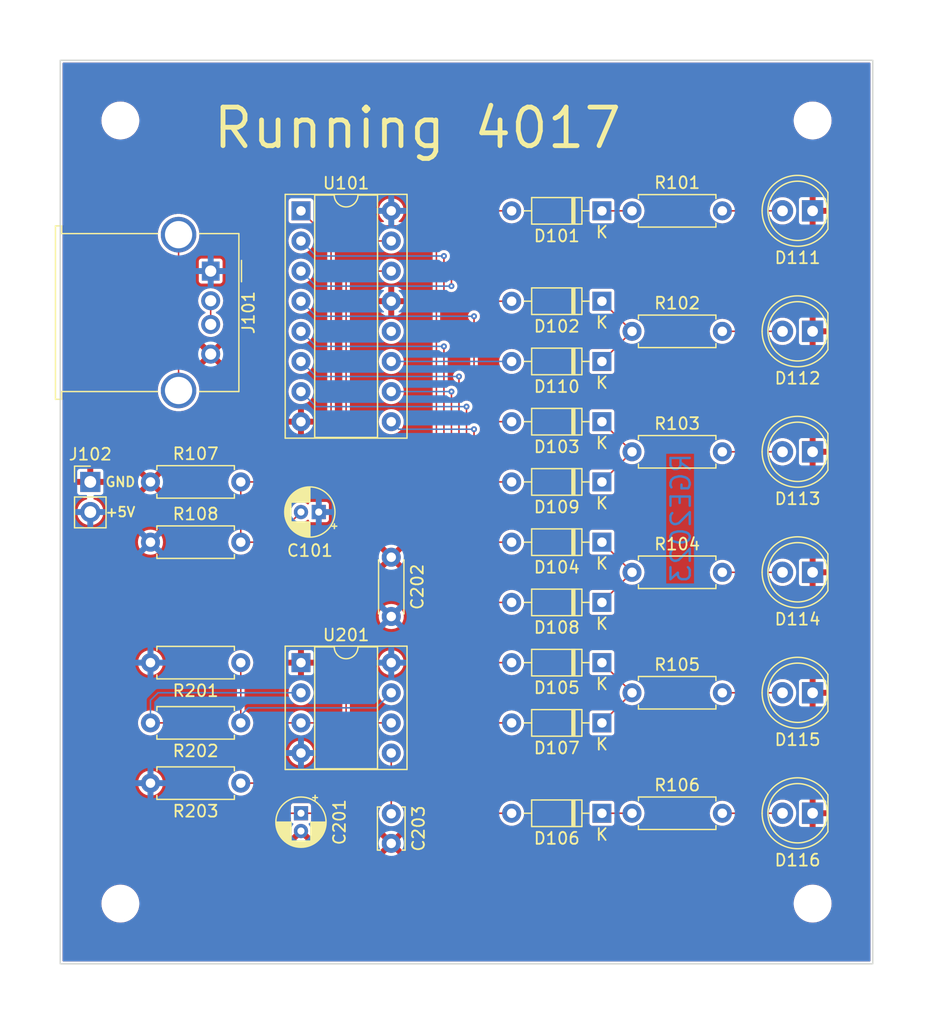
<source format=kicad_pcb>
(kicad_pcb (version 20221018) (generator pcbnew)
  (layers (0 "F.Cu" signal) (31 "B.Cu" signal) (34 "B.Paste" user) (35 "F.Paste" user) (36 "B.SilkS" user "B.Silkscreen") (37 "F.SilkS" user "F.Silkscreen") (38 "B.Mask" user) (39 "F.Mask" user) (44 "Edge.Cuts" user))
  (net 0 "")
  (net 1 "/LED1")
  (net 2 "Net-(D101-A)")
  (net 3 "/LED2")
  (net 4 "Net-(D102-A)")
  (net 5 "/LED3")
  (net 6 "Net-(D103-A)")
  (net 7 "/LED4")
  (net 8 "Net-(D104-A)")
  (net 9 "/LED5")
  (net 10 "Net-(D105-A)")
  (net 11 "/LED6")
  (net 12 "Net-(D106-A)")
  (net 13 "Net-(D107-A)")
  (net 14 "Net-(D108-A)")
  (net 15 "Net-(D109-A)")
  (net 16 "Net-(D110-A)")
  (net 17 "GND")
  (net 18 "Net-(D111-A)")
  (net 19 "Net-(D112-A)")
  (net 20 "Net-(D113-A)")
  (net 21 "Net-(D114-A)")
  (net 22 "Net-(D115-A)")
  (net 23 "Net-(D116-A)")
  (net 25 "/RESET")
  (net 26 "/Clock/TRTHR")
  (net 27 "+5V")
  (net 28 "Net-(U201-CV)")
  (net 29 "Net-(J101-D+)")
  (net 30 "unconnected-(J101-Shield-Pad5)")
  (net 31 "/Clock/DIVIDER")
  (net 32 "/Clock/CLK")
  (footprint "Capacitor_THT:CP_Radial_D4.0mm_P1.50mm" (layer "F.Cu") (at 110.72 83.82 180)
    (fp_text reference "C101" (at 0.75 -3.25) (layer "F.SilkS"))
    (fp_text value "10u")
    (pad "1" thru_hole rect (at 0 0 180) (size 1.2 1.2) (drill 0.6) (layers "*.Cu" "*.Mask") (net 27 "+5V"))
    (pad "2" thru_hole circle (at 1.5 0 180) (size 1.2 1.2) (drill 0.6) (layers "*.Cu" "*.Mask") (net 25 "/RESET"))
  )
  (footprint "Diode_THT:D_DO-35_SOD27_P7.62mm_Horizontal" (layer "F.Cu") (at 134.62 58.42 180)
    (fp_text reference "D101" (at 3.81 -2.12) (layer "F.SilkS"))
    (fp_text value "1N4148")
    (fp_text user "K" (at 0 -1.8) (layer "F.SilkS"))
    (pad "1" thru_hole rect (at 0 0 180) (size 1.6 1.6) (drill 0.8) (layers "*.Cu" "*.Mask") (net 1 "/LED1"))
    (pad "2" thru_hole oval (at 7.62 0 180) (size 1.6 1.6) (drill 0.8) (layers "*.Cu" "*.Mask") (net 2 "Net-(D101-A)"))
  )
  (footprint "Resistor_THT:R_Axial_DIN0207_L6.3mm_D2.5mm_P7.62mm_Horizontal" (layer "F.Cu") (at 104.14 106.68 180)
    (fp_text reference "R203" (at 3.81 -2.37) (layer "F.SilkS"))
    (fp_text value "1k")
    (pad "1" thru_hole circle (at 0 0 180) (size 1.6 1.6) (drill 0.8) (layers "*.Cu" "*.Mask") (net 32 "/Clock/CLK"))
    (pad "2" thru_hole oval (at 7.62 0 180) (size 1.6 1.6) (drill 0.8) (layers "*.Cu" "*.Mask") (net 27 "+5V"))
  )
  (footprint "Connector_PinHeader_2.54mm:PinHeader_1x02_P2.54mm_Vertical" (layer "F.Cu") (at 91.44 81.28)
    (fp_text reference "J102" (at 0 -2.33) (layer "F.SilkS"))
    (fp_text value "Conn_01x02_Pin")
    (pad "1" thru_hole rect (at 0 0) (size 1.7 1.7) (drill 1) (layers "*.Cu" "*.Mask") (net 17 "GND"))
    (pad "2" thru_hole oval (at 0 2.54) (size 1.7 1.7) (drill 1) (layers "*.Cu" "*.Mask") (net 27 "+5V"))
  )
  (footprint "Resistor_THT:R_Axial_DIN0207_L6.3mm_D2.5mm_P7.62mm_Horizontal" (layer "F.Cu") (at 137.16 68.58)
    (fp_text reference "R102" (at 3.81 -2.37) (layer "F.SilkS"))
    (fp_text value "R")
    (pad "1" thru_hole circle (at 0 0) (size 1.6 1.6) (drill 0.8) (layers "*.Cu" "*.Mask") (net 3 "/LED2"))
    (pad "2" thru_hole oval (at 7.62 0) (size 1.6 1.6) (drill 0.8) (layers "*.Cu" "*.Mask") (net 19 "Net-(D112-A)"))
  )
  (footprint "Resistor_THT:R_Axial_DIN0207_L6.3mm_D2.5mm_P7.62mm_Horizontal" (layer "F.Cu") (at 96.52 86.36)
    (fp_text reference "R108" (at 3.81 -2.37) (layer "F.SilkS"))
    (fp_text value "100k")
    (pad "1" thru_hole circle (at 0 0) (size 1.6 1.6) (drill 0.8) (layers "*.Cu" "*.Mask") (net 27 "+5V"))
    (pad "2" thru_hole oval (at 7.62 0) (size 1.6 1.6) (drill 0.8) (layers "*.Cu" "*.Mask") (net 25 "/RESET"))
  )
  (footprint "LED_THT:LED_D5.0mm" (layer "F.Cu") (at 152.4 99.06 180)
    (fp_text reference "D115" (at 1.27 -3.96) (layer "F.SilkS"))
    (fp_text value "LED")
    (pad "1" thru_hole rect (at 0 0 180) (size 1.8 1.8) (drill 0.9) (layers "*.Cu" "*.Mask") (net 17 "GND"))
    (pad "2" thru_hole circle (at 2.54 0 180) (size 1.8 1.8) (drill 0.9) (layers "*.Cu" "*.Mask") (net 22 "Net-(D115-A)"))
  )
  (footprint "Diode_THT:D_DO-35_SOD27_P7.62mm_Horizontal" (layer "F.Cu") (at 134.62 71.12 180)
    (fp_text reference "D110" (at 3.81 -2.12) (layer "F.SilkS"))
    (fp_text value "1N4148")
    (fp_text user "K" (at 0 -1.8) (layer "F.SilkS"))
    (pad "1" thru_hole rect (at 0 0 180) (size 1.6 1.6) (drill 0.8) (layers "*.Cu" "*.Mask") (net 3 "/LED2"))
    (pad "2" thru_hole oval (at 7.62 0 180) (size 1.6 1.6) (drill 0.8) (layers "*.Cu" "*.Mask") (net 16 "Net-(D110-A)"))
  )
  (footprint "LED_THT:LED_D5.0mm" (layer "F.Cu") (at 152.4 68.58 180)
    (fp_text reference "D112" (at 1.27 -3.96) (layer "F.SilkS"))
    (fp_text value "LED")
    (pad "1" thru_hole rect (at 0 0 180) (size 1.8 1.8) (drill 0.9) (layers "*.Cu" "*.Mask") (net 17 "GND"))
    (pad "2" thru_hole circle (at 2.54 0 180) (size 1.8 1.8) (drill 0.9) (layers "*.Cu" "*.Mask") (net 19 "Net-(D112-A)"))
  )
  (footprint "LED_THT:LED_D5.0mm" (layer "F.Cu") (at 152.4 78.74 180)
    (fp_text reference "D113" (at 1.27 -3.96) (layer "F.SilkS"))
    (fp_text value "LED")
    (pad "1" thru_hole rect (at 0 0 180) (size 1.8 1.8) (drill 0.9) (layers "*.Cu" "*.Mask") (net 17 "GND"))
    (pad "2" thru_hole circle (at 2.54 0 180) (size 1.8 1.8) (drill 0.9) (layers "*.Cu" "*.Mask") (net 20 "Net-(D113-A)"))
  )
  (footprint "Resistor_THT:R_Axial_DIN0207_L6.3mm_D2.5mm_P7.62mm_Horizontal" (layer "F.Cu") (at 96.52 81.28)
    (fp_text reference "R107" (at 3.81 -2.37) (layer "F.SilkS"))
    (fp_text value "1k")
    (pad "1" thru_hole circle (at 0 0) (size 1.6 1.6) (drill 0.8) (layers "*.Cu" "*.Mask") (net 17 "GND"))
    (pad "2" thru_hole oval (at 7.62 0) (size 1.6 1.6) (drill 0.8) (layers "*.Cu" "*.Mask") (net 25 "/RESET"))
  )
  (footprint "Diode_THT:D_DO-35_SOD27_P7.62mm_Horizontal" (layer "F.Cu") (at 134.62 66.04 180)
    (fp_text reference "D102" (at 3.81 -2.12) (layer "F.SilkS"))
    (fp_text value "1N4148")
    (fp_text user "K" (at 0 -1.8) (layer "F.SilkS"))
    (pad "1" thru_hole rect (at 0 0 180) (size 1.6 1.6) (drill 0.8) (layers "*.Cu" "*.Mask") (net 3 "/LED2"))
    (pad "2" thru_hole oval (at 7.62 0 180) (size 1.6 1.6) (drill 0.8) (layers "*.Cu" "*.Mask") (net 4 "Net-(D102-A)"))
  )
  (footprint "Capacitor_THT:C_Disc_D4.3mm_W1.9mm_P5.00mm" (layer "F.Cu") (at 116.84 87.63 -90)
    (fp_text reference "C202" (at 2.5 -2.2 90) (layer "F.SilkS"))
    (fp_text value "0.1u")
    (pad "1" thru_hole circle (at 0 0 270) (size 1.6 1.6) (drill 0.8) (layers "*.Cu" "*.Mask") (net 17 "GND"))
    (pad "2" thru_hole circle (at 5 0 270) (size 1.6 1.6) (drill 0.8) (layers "*.Cu" "*.Mask") (net 27 "+5V"))
  )
  (footprint "Capacitor_THT:C_Disc_D3.4mm_W2.1mm_P2.50mm" (layer "F.Cu") (at 116.84 109.26 -90)
    (fp_text reference "C203" (at 1.25 -2.3 90) (layer "F.SilkS"))
    (fp_text value "0.01u")
    (pad "1" thru_hole circle (at 0 0 270) (size 1.6 1.6) (drill 0.8) (layers "*.Cu" "*.Mask") (net 28 "Net-(U201-CV)"))
    (pad "2" thru_hole circle (at 2.5 0 270) (size 1.6 1.6) (drill 0.8) (layers "*.Cu" "*.Mask") (net 17 "GND"))
  )
  (footprint "Connector_USB:USB_A_Molex_67643_Horizontal" (layer "F.Cu") (at 101.6 63.5 -90)
    (fp_text reference "J101" (at 3.5 -3.19 90) (layer "F.SilkS"))
    (fp_text value "USB_A")
    (pad "1" thru_hole rect (at 0 0 270) (size 1.6 1.5) (drill 0.95) (layers "*.Cu" "*.Mask") (net 27 "+5V"))
    (pad "2" thru_hole circle (at 2.5 0 270) (size 1.6 1.6) (drill 0.95) (layers "*.Cu" "*.Mask") (net 29 "Net-(J101-D+)"))
    (pad "3" thru_hole circle (at 4.5 0 270) (size 1.6 1.6) (drill 0.95) (layers "*.Cu" "*.Mask") (net 29 "Net-(J101-D+)"))
    (pad "4" thru_hole circle (at 7 0 270) (size 1.6 1.6) (drill 0.95) (layers "*.Cu" "*.Mask") (net 17 "GND"))
    (pad "5" thru_hole circle (at -3.07 2.71 270) (size 3 3) (drill 2.3) (layers "*.Cu" "*.Mask") (net 30 "unconnected-(J101-Shield-Pad5)"))
    (pad "5" thru_hole circle (at 10.07 2.71 270) (size 3 3) (drill 2.3) (layers "*.Cu" "*.Mask") (net 30 "unconnected-(J101-Shield-Pad5)"))
  )
  (footprint "Diode_THT:D_DO-35_SOD27_P7.62mm_Horizontal" (layer "F.Cu") (at 134.62 101.6 180)
    (fp_text reference "D107" (at 3.81 -2.12) (layer "F.SilkS"))
    (fp_text value "1N4148")
    (fp_text user "K" (at 0 -1.8) (layer "F.SilkS"))
    (pad "1" thru_hole rect (at 0 0 180) (size 1.6 1.6) (drill 0.8) (layers "*.Cu" "*.Mask") (net 9 "/LED5"))
    (pad "2" thru_hole oval (at 7.62 0 180) (size 1.6 1.6) (drill 0.8) (layers "*.Cu" "*.Mask") (net 13 "Net-(D107-A)"))
  )
  (footprint "MountingHole:MountingHole_2.7mm_M2.5_ISO7380" (layer "F.Cu") (at 152.4 116.84)
    (fp_text reference "H104" hide)
    (fp_text value "MountingHole")
    (pad "" np_thru_hole circle (at 0 0) (size 2.7 2.7) (drill 2.7) (layers "*.Cu" "*.Mask"))
  )
  (footprint "LED_THT:LED_D5.0mm" (layer "F.Cu") (at 152.4 58.42 180)
    (fp_text reference "D111" (at 1.27 -3.96) (layer "F.SilkS"))
    (fp_text value "LED")
    (pad "1" thru_hole rect (at 0 0 180) (size 1.8 1.8) (drill 0.9) (layers "*.Cu" "*.Mask") (net 17 "GND"))
    (pad "2" thru_hole circle (at 2.54 0 180) (size 1.8 1.8) (drill 0.9) (layers "*.Cu" "*.Mask") (net 18 "Net-(D111-A)"))
  )
  (footprint "Resistor_THT:R_Axial_DIN0207_L6.3mm_D2.5mm_P7.62mm_Horizontal" (layer "F.Cu") (at 137.16 109.22)
    (fp_text reference "R106" (at 3.81 -2.37) (layer "F.SilkS"))
    (fp_text value "R")
    (pad "1" thru_hole circle (at 0 0) (size 1.6 1.6) (drill 0.8) (layers "*.Cu" "*.Mask") (net 11 "/LED6"))
    (pad "2" thru_hole oval (at 7.62 0) (size 1.6 1.6) (drill 0.8) (layers "*.Cu" "*.Mask") (net 23 "Net-(D116-A)"))
  )
  (footprint "Resistor_THT:R_Axial_DIN0207_L6.3mm_D2.5mm_P7.62mm_Horizontal" (layer "F.Cu") (at 137.16 78.74)
    (fp_text reference "R103" (at 3.81 -2.37) (layer "F.SilkS"))
    (fp_text value "R")
    (pad "1" thru_hole circle (at 0 0) (size 1.6 1.6) (drill 0.8) (layers "*.Cu" "*.Mask") (net 5 "/LED3"))
    (pad "2" thru_hole oval (at 7.62 0) (size 1.6 1.6) (drill 0.8) (layers "*.Cu" "*.Mask") (net 20 "Net-(D113-A)"))
  )
  (footprint "MountingHole:MountingHole_2.7mm_M2.5_ISO7380" (layer "F.Cu") (at 93.98 116.84)
    (fp_text reference "H103" hide)
    (fp_text value "MountingHole")
    (pad "" np_thru_hole circle (at 0 0) (size 2.7 2.7) (drill 2.7) (layers "*.Cu" "*.Mask"))
  )
  (footprint "Resistor_THT:R_Axial_DIN0207_L6.3mm_D2.5mm_P7.62mm_Horizontal" (layer "F.Cu") (at 104.14 96.52 180)
    (fp_text reference "R201" (at 3.81 -2.37) (layer "F.SilkS"))
    (fp_text value "10k")
    (pad "1" thru_hole circle (at 0 0 180) (size 1.6 1.6) (drill 0.8) (layers "*.Cu" "*.Mask") (net 31 "/Clock/DIVIDER"))
    (pad "2" thru_hole oval (at 7.62 0 180) (size 1.6 1.6) (drill 0.8) (layers "*.Cu" "*.Mask") (net 27 "+5V"))
  )
  (footprint "Diode_THT:D_DO-35_SOD27_P7.62mm_Horizontal" (layer "F.Cu") (at 134.62 81.28 180)
    (fp_text reference "D109" (at 3.81 -2.12) (layer "F.SilkS"))
    (fp_text value "1N4148")
    (fp_text user "K" (at 0 -1.8) (layer "F.SilkS"))
    (pad "1" thru_hole rect (at 0 0 180) (size 1.6 1.6) (drill 0.8) (layers "*.Cu" "*.Mask") (net 5 "/LED3"))
    (pad "2" thru_hole oval (at 7.62 0 180) (size 1.6 1.6) (drill 0.8) (layers "*.Cu" "*.Mask") (net 15 "Net-(D109-A)"))
  )
  (footprint "Diode_THT:D_DO-35_SOD27_P7.62mm_Horizontal" (layer "F.Cu") (at 134.62 109.22 180)
    (fp_text reference "D106" (at 3.81 -2.12) (layer "F.SilkS"))
    (fp_text value "1N4148")
    (fp_text user "K" (at 0 -1.8) (layer "F.SilkS"))
    (pad "1" thru_hole rect (at 0 0 180) (size 1.6 1.6) (drill 0.8) (layers "*.Cu" "*.Mask") (net 11 "/LED6"))
    (pad "2" thru_hole oval (at 7.62 0 180) (size 1.6 1.6) (drill 0.8) (layers "*.Cu" "*.Mask") (net 12 "Net-(D106-A)"))
  )
  (footprint "LED_THT:LED_D5.0mm" (layer "F.Cu") (at 152.4 109.22 180)
    (fp_text reference "D116" (at 1.27 -3.96) (layer "F.SilkS"))
    (fp_text value "LED")
    (pad "1" thru_hole rect (at 0 0 180) (size 1.8 1.8) (drill 0.9) (layers "*.Cu" "*.Mask") (net 17 "GND"))
    (pad "2" thru_hole circle (at 2.54 0 180) (size 1.8 1.8) (drill 0.9) (layers "*.Cu" "*.Mask") (net 23 "Net-(D116-A)"))
  )
  (footprint "Resistor_THT:R_Axial_DIN0207_L6.3mm_D2.5mm_P7.62mm_Horizontal" (layer "F.Cu") (at 137.16 99.06)
    (fp_text reference "R105" (at 3.81 -2.37) (layer "F.SilkS"))
    (fp_text value "R")
    (pad "1" thru_hole circle (at 0 0) (size 1.6 1.6) (drill 0.8) (layers "*.Cu" "*.Mask") (net 9 "/LED5"))
    (pad "2" thru_hole oval (at 7.62 0) (size 1.6 1.6) (drill 0.8) (layers "*.Cu" "*.Mask") (net 22 "Net-(D115-A)"))
  )
  (footprint "MountingHole:MountingHole_2.7mm_M2.5_ISO7380" (layer "F.Cu") (at 152.4 50.8)
    (fp_text reference "H102" hide)
    (fp_text value "MountingHole")
    (pad "" np_thru_hole circle (at 0 0) (size 2.7 2.7) (drill 2.7) (layers "*.Cu" "*.Mask"))
  )
  (footprint "Diode_THT:D_DO-35_SOD27_P7.62mm_Horizontal" (layer "F.Cu") (at 134.62 86.36 180)
    (fp_text reference "D104" (at 3.81 -2.12) (layer "F.SilkS"))
    (fp_text value "1N4148")
    (fp_text user "K" (at 0 -1.8) (layer "F.SilkS"))
    (pad "1" thru_hole rect (at 0 0 180) (size 1.6 1.6) (drill 0.8) (layers "*.Cu" "*.Mask") (net 7 "/LED4"))
    (pad "2" thru_hole oval (at 7.62 0 180) (size 1.6 1.6) (drill 0.8) (layers "*.Cu" "*.Mask") (net 8 "Net-(D104-A)"))
  )
  (footprint "Resistor_THT:R_Axial_DIN0207_L6.3mm_D2.5mm_P7.62mm_Horizontal" (layer "F.Cu") (at 137.16 88.9)
    (fp_text reference "R104" (at 3.81 -2.37) (layer "F.SilkS"))
    (fp_text value "R")
    (pad "1" thru_hole circle (at 0 0) (size 1.6 1.6) (drill 0.8) (layers "*.Cu" "*.Mask") (net 7 "/LED4"))
    (pad "2" thru_hole oval (at 7.62 0) (size 1.6 1.6) (drill 0.8) (layers "*.Cu" "*.Mask") (net 21 "Net-(D114-A)"))
  )
  (footprint "LED_THT:LED_D5.0mm" (layer "F.Cu") (at 152.4 88.9 180)
    (fp_text reference "D114" (at 1.27 -3.96) (layer "F.SilkS"))
    (fp_text value "LED")
    (pad "1" thru_hole rect (at 0 0 180) (size 1.8 1.8) (drill 0.9) (layers "*.Cu" "*.Mask") (net 17 "GND"))
    (pad "2" thru_hole circle (at 2.54 0 180) (size 1.8 1.8) (drill 0.9) (layers "*.Cu" "*.Mask") (net 21 "Net-(D114-A)"))
  )
  (footprint "Package_DIP:DIP-8_W7.62mm_Socket" (layer "F.Cu") (at 109.22 96.52)
    (fp_text reference "U201" (at 3.81 -2.33) (layer "F.SilkS"))
    (fp_text value "LM555xN")
    (pad "1" thru_hole rect (at 0 0) (size 1.6 1.6) (drill 0.8) (layers "*.Cu" "*.Mask") (net 17 "GND"))
    (pad "2" thru_hole oval (at 0 2.54) (size 1.6 1.6) (drill 0.8) (layers "*.Cu" "*.Mask") (net 26 "/Clock/TRTHR"))
    (pad "3" thru_hole oval (at 0 5.08) (size 1.6 1.6) (drill 0.8) (layers "*.Cu" "*.Mask") (net 32 "/Clock/CLK"))
    (pad "4" thru_hole oval (at 0 7.62) (size 1.6 1.6) (drill 0.8) (layers "*.Cu" "*.Mask") (net 27 "+5V"))
    (pad "5" thru_hole oval (at 7.62 7.62) (size 1.6 1.6) (drill 0.8) (layers "*.Cu" "*.Mask") (net 28 "Net-(U201-CV)"))
    (pad "6" thru_hole oval (at 7.62 5.08) (size 1.6 1.6) (drill 0.8) (layers "*.Cu" "*.Mask") (net 26 "/Clock/TRTHR"))
    (pad "7" thru_hole oval (at 7.62 2.54) (size 1.6 1.6) (drill 0.8) (layers "*.Cu" "*.Mask") (net 31 "/Clock/DIVIDER"))
    (pad "8" thru_hole oval (at 7.62 0) (size 1.6 1.6) (drill 0.8) (layers "*.Cu" "*.Mask") (net 27 "+5V"))
  )
  (footprint "Resistor_THT:R_Axial_DIN0207_L6.3mm_D2.5mm_P7.62mm_Horizontal" (layer "F.Cu") (at 104.14 101.6 180)
    (fp_text reference "R202" (at 3.81 -2.37) (layer "F.SilkS"))
    (fp_text value "22k")
    (pad "1" thru_hole circle (at 0 0 180) (size 1.6 1.6) (drill 0.8) (layers "*.Cu" "*.Mask") (net 31 "/Clock/DIVIDER"))
    (pad "2" thru_hole oval (at 7.62 0 180) (size 1.6 1.6) (drill 0.8) (layers "*.Cu" "*.Mask") (net 26 "/Clock/TRTHR"))
  )
  (footprint "MountingHole:MountingHole_2.7mm_M2.5_ISO7380" (layer "F.Cu") (at 93.98 50.8)
    (fp_text reference "H101" hide)
    (fp_text value "MountingHole")
    (pad "" np_thru_hole circle (at 0 0) (size 2.7 2.7) (drill 2.7) (layers "*.Cu" "*.Mask"))
  )
  (footprint "Diode_THT:D_DO-35_SOD27_P7.62mm_Horizontal" (layer "F.Cu") (at 134.62 91.44 180)
    (fp_text reference "D108" (at 3.81 -2.12) (layer "F.SilkS"))
    (fp_text value "1N4148")
    (fp_text user "K" (at 0 -1.8) (layer "F.SilkS"))
    (pad "1" thru_hole rect (at 0 0 180) (size 1.6 1.6) (drill 0.8) (layers "*.Cu" "*.Mask") (net 7 "/LED4"))
    (pad "2" thru_hole oval (at 7.62 0 180) (size 1.6 1.6) (drill 0.8) (layers "*.Cu" "*.Mask") (net 14 "Net-(D108-A)"))
  )
  (footprint "Diode_THT:D_DO-35_SOD27_P7.62mm_Horizontal" (layer "F.Cu") (at 134.62 76.2 180)
    (fp_text reference "D103" (at 3.81 -2.12) (layer "F.SilkS"))
    (fp_text value "1N4148")
    (fp_text user "K" (at 0 -1.8) (layer "F.SilkS"))
    (pad "1" thru_hole rect (at 0 0 180) (size 1.6 1.6) (drill 0.8) (layers "*.Cu" "*.Mask") (net 5 "/LED3"))
    (pad "2" thru_hole oval (at 7.62 0 180) (size 1.6 1.6) (drill 0.8) (layers "*.Cu" "*.Mask") (net 6 "Net-(D103-A)"))
  )
  (footprint "Package_DIP:DIP-16_W7.62mm_Socket" (layer "F.Cu") (at 109.22 58.42)
    (fp_text reference "U101" (at 3.81 -2.33) (layer "F.SilkS"))
    (fp_text value "4017")
    (pad "1" thru_hole rect (at 0 0) (size 1.6 1.6) (drill 0.8) (layers "*.Cu" "*.Mask") (net 12 "Net-(D106-A)"))
    (pad "2" thru_hole oval (at 0 2.54) (size 1.6 1.6) (drill 0.8) (layers "*.Cu" "*.Mask") (net 4 "Net-(D102-A)"))
    (pad "3" thru_hole oval (at 0 5.08) (size 1.6 1.6) (drill 0.8) (layers "*.Cu" "*.Mask") (net 2 "Net-(D101-A)"))
    (pad "4" thru_hole oval (at 0 7.62) (size 1.6 1.6) (drill 0.8) (layers "*.Cu" "*.Mask") (net 6 "Net-(D103-A)"))
    (pad "5" thru_hole oval (at 0 10.16) (size 1.6 1.6) (drill 0.8) (layers "*.Cu" "*.Mask") (net 13 "Net-(D107-A)"))
    (pad "6" thru_hole oval (at 0 12.7) (size 1.6 1.6) (drill 0.8) (layers "*.Cu" "*.Mask") (net 14 "Net-(D108-A)"))
    (pad "7" thru_hole oval (at 0 15.24) (size 1.6 1.6) (drill 0.8) (layers "*.Cu" "*.Mask") (net 8 "Net-(D104-A)"))
    (pad "8" thru_hole oval (at 0 17.78) (size 1.6 1.6) (drill 0.8) (layers "*.Cu" "*.Mask") (net 17 "GND"))
    (pad "9" thru_hole oval (at 7.62 17.78) (size 1.6 1.6) (drill 0.8) (layers "*.Cu" "*.Mask") (net 15 "Net-(D109-A)"))
    (pad "10" thru_hole oval (at 7.62 15.24) (size 1.6 1.6) (drill 0.8) (layers "*.Cu" "*.Mask") (net 10 "Net-(D105-A)"))
    (pad "11" thru_hole oval (at 7.62 12.7) (size 1.6 1.6) (drill 0.8) (layers "*.Cu" "*.Mask") (net 16 "Net-(D110-A)"))
    (pad "12" thru_hole oval (at 7.62 10.16) (size 1.6 1.6) (drill 0.8) (layers "*.Cu" "*.Mask"))
    (pad "13" thru_hole oval (at 7.62 7.62) (size 1.6 1.6) (drill 0.8) (layers "*.Cu" "*.Mask") (net 17 "GND"))
    (pad "14" thru_hole oval (at 7.62 5.08) (size 1.6 1.6) (drill 0.8) (layers "*.Cu" "*.Mask") (net 32 "/Clock/CLK"))
    (pad "15" thru_hole oval (at 7.62 2.54) (size 1.6 1.6) (drill 0.8) (layers "*.Cu" "*.Mask") (net 25 "/RESET"))
    (pad "16" thru_hole oval (at 7.62 0) (size 1.6 1.6) (drill 0.8) (layers "*.Cu" "*.Mask") (net 27 "+5V"))
  )
  (footprint "Capacitor_THT:CP_Radial_D4.0mm_P1.50mm" (layer "F.Cu") (at 109.22 109.22 -90)
    (fp_text reference "C201" (at 0.75 -3.25 90) (layer "F.SilkS"))
    (fp_text value "10u")
    (pad "1" thru_hole rect (at 0 0 270) (size 1.2 1.2) (drill 0.6) (layers "*.Cu" "*.Mask") (net 26 "/Clock/TRTHR"))
    (pad "2" thru_hole circle (at 1.5 0 270) (size 1.2 1.2) (drill 0.6) (layers "*.Cu" "*.Mask") (net 17 "GND"))
  )
  (footprint "Diode_THT:D_DO-35_SOD27_P7.62mm_Horizontal" (layer "F.Cu") (at 134.62 96.52 180)
    (fp_text reference "D105" (at 3.81 -2.12) (layer "F.SilkS"))
    (fp_text value "1N4148")
    (fp_text user "K" (at 0 -1.8) (layer "F.SilkS"))
    (pad "1" thru_hole rect (at 0 0 180) (size 1.6 1.6) (drill 0.8) (layers "*.Cu" "*.Mask") (net 9 "/LED5"))
    (pad "2" thru_hole oval (at 7.62 0 180) (size 1.6 1.6) (drill 0.8) (layers "*.Cu" "*.Mask") (net 10 "Net-(D105-A)"))
  )
  (footprint "Resistor_THT:R_Axial_DIN0207_L6.3mm_D2.5mm_P7.62mm_Horizontal" (layer "F.Cu") (at 137.16 58.42)
    (fp_text reference "R101" (at 3.81 -2.37) (layer "F.SilkS"))
    (fp_text value "R")
    (pad "1" thru_hole circle (at 0 0) (size 1.6 1.6) (drill 0.8) (layers "*.Cu" "*.Mask") (net 1 "/LED1"))
    (pad "2" thru_hole oval (at 7.62 0) (size 1.6 1.6) (drill 0.8) (layers "*.Cu" "*.Mask") (net 18 "Net-(D111-A)"))
  )
  (gr_rect (start 88.9 45.72) (end 157.48 121.92) (stroke (width 0.1)) (fill none) (layer "Edge.Cuts"))
  (gr_text "RGE2023" (at 142.24 78.74 90) (layer "B.Cu") (effects (font (size 1.6256 1.6256) (thickness 0.2032)) (justify left bottom mirror)))
  (gr_text "+5V" (at 93.98 83.82) (layer "F.SilkS") (effects (font (size 0.8128 0.8128) (thickness 0.1524))))
  (gr_text "GND" (at 93.98 81.28) (layer "F.SilkS") (effects (font (size 0.8128 0.8128) (thickness 0.1524))))
  (gr_text "Running 4017" (at 101.6 53.34) (layer "F.SilkS") (effects (font (size 3.2512 3.2512) (thickness 0.4064)) (justify left bottom)))
  (segment (start 134.62 58.42) (end 137.16 58.42) (width 0.127) (layer "F.Cu") (net 1))
  (segment (start 121.92 59.055) (end 121.92 64.77) (width 0.127) (layer "F.Cu") (net 2))
  (segment (start 127 58.42) (end 122.555 58.42) (width 0.127) (layer "F.Cu") (net 2))
  (segment (start 122.555 58.42) (end 121.92 59.055) (width 0.127) (layer "F.Cu") (net 2))
  (via (at 121.92 64.77) (size 0.499999) (drill 0.20066) (layers "F.Cu" "B.Cu") (net 2))
  (segment (start 110.49 64.77) (end 109.22 63.5) (width 0.127) (layer "B.Cu") (net 2))
  (segment (start 121.92 64.77) (end 110.49 64.77) (width 0.127) (layer "B.Cu") (net 2))
  (segment (start 137.16 68.58) (end 134.62 71.12) (width 0.127) (layer "F.Cu") (net 3))
  (segment (start 134.62 66.04) (end 137.16 68.58) (width 0.127) (layer "F.Cu") (net 3))
  (segment (start 121.92 66.04) (end 121.285 65.405) (width 0.127) (layer "F.Cu") (net 4))
  (segment (start 121.285 65.405) (end 121.285 62.23) (width 0.127) (layer "F.Cu") (net 4))
  (segment (start 127 66.04) (end 121.92 66.04) (width 0.127) (layer "F.Cu") (net 4))
  (via (at 121.285 62.23) (size 0.499999) (drill 0.20066) (layers "F.Cu" "B.Cu") (net 4))
  (segment (start 121.285 62.23) (end 110.49 62.23) (width 0.127) (layer "B.Cu") (net 4))
  (segment (start 110.49 62.23) (end 109.22 60.96) (width 0.127) (layer "B.Cu") (net 4))
  (segment (start 134.62 76.2) (end 137.16 78.74) (width 0.127) (layer "F.Cu") (net 5))
  (segment (start 137.16 78.74) (end 134.62 81.28) (width 0.127) (layer "F.Cu") (net 5))
  (segment (start 127 76.2) (end 124.46 76.2) (width 0.127) (layer "F.Cu") (net 6))
  (segment (start 123.825 75.565) (end 123.825 67.31) (width 0.127) (layer "F.Cu") (net 6))
  (segment (start 124.46 76.2) (end 123.825 75.565) (width 0.127) (layer "F.Cu") (net 6))
  (via (at 123.825 67.31) (size 0.499999) (drill 0.20066) (layers "F.Cu" "B.Cu") (net 6))
  (segment (start 110.49 67.31) (end 109.22 66.04) (width 0.127) (layer "B.Cu") (net 6))
  (segment (start 123.825 67.31) (end 110.49 67.31) (width 0.127) (layer "B.Cu") (net 6))
  (segment (start 134.62 86.36) (end 137.16 88.9) (width 0.127) (layer "F.Cu") (net 7))
  (segment (start 134.62 91.44) (end 137.16 88.9) (width 0.127) (layer "F.Cu") (net 7))
  (segment (start 127 86.36) (end 123.825 86.36) (width 0.127) (layer "F.Cu") (net 8))
  (segment (start 123.825 86.36) (end 123.19 85.725) (width 0.127) (layer "F.Cu") (net 8))
  (segment (start 123.19 85.725) (end 123.19 74.93) (width 0.127) (layer "F.Cu") (net 8))
  (via (at 123.19 74.93) (size 0.499999) (drill 0.20066) (layers "F.Cu" "B.Cu") (net 8))
  (segment (start 110.49 74.93) (end 109.22 73.66) (width 0.127) (layer "B.Cu") (net 8))
  (segment (start 123.19 74.93) (end 110.49 74.93) (width 0.127) (layer "B.Cu") (net 8))
  (segment (start 137.16 99.06) (end 134.62 101.6) (width 0.127) (layer "F.Cu") (net 9))
  (segment (start 134.62 96.52) (end 137.16 99.06) (width 0.127) (layer "F.Cu") (net 9))
  (segment (start 127 96.52) (end 122.555 96.52) (width 0.127) (layer "F.Cu") (net 10))
  (segment (start 121.92 95.885) (end 121.92 86.36) (width 0.127) (layer "F.Cu") (net 10))
  (segment (start 121.92 86.36) (end 121.92 73.66) (width 0.127) (layer "F.Cu") (net 10))
  (segment (start 122.555 96.52) (end 121.92 95.885) (width 0.127) (layer "F.Cu") (net 10))
  (via (at 121.92 73.66) (size 0.499999) (drill 0.20066) (layers "F.Cu" "B.Cu") (net 10))
  (segment (start 121.92 73.66) (end 116.84 73.66) (width 0.127) (layer "B.Cu") (net 10))
  (segment (start 137.16 109.22) (end 134.62 109.22) (width 0.127) (layer "F.Cu") (net 11))
  (segment (start 121.285 109.22) (end 120.65 108.585) (width 0.127) (layer "F.Cu") (net 12))
  (segment (start 120.65 60.325) (end 120.015 59.69) (width 0.127) (layer "F.Cu") (net 12))
  (segment (start 120.65 108.585) (end 120.65 60.325) (width 0.127) (layer "F.Cu") (net 12))
  (segment (start 110.49 59.69) (end 109.22 58.42) (width 0.127) (layer "F.Cu") (net 12))
  (segment (start 127 109.22) (end 121.285 109.22) (width 0.127) (layer "F.Cu") (net 12))
  (segment (start 120.015 59.69) (end 110.49 59.69) (width 0.127) (layer "F.Cu") (net 12))
  (segment (start 121.285 86.36) (end 121.285 69.85) (width 0.127) (layer "F.Cu") (net 13))
  (segment (start 127 101.6) (end 121.92 101.6) (width 0.127) (layer "F.Cu") (net 13))
  (segment (start 121.285 100.965) (end 121.285 86.36) (width 0.127) (layer "F.Cu") (net 13))
  (segment (start 121.92 101.6) (end 121.285 100.965) (width 0.127) (layer "F.Cu") (net 13))
  (via (at 121.285 69.85) (size 0.499999) (drill 0.20066) (layers "F.Cu" "B.Cu") (net 13))
  (segment (start 110.49 69.85) (end 109.22 68.58) (width 0.127) (layer "B.Cu") (net 13))
  (segment (start 121.285 69.85) (end 110.49 69.85) (width 0.127) (layer "B.Cu") (net 13))
  (segment (start 122.555 86.36) (end 122.555 72.39) (width 0.127) (layer "F.Cu") (net 14))
  (segment (start 122.555 90.805) (end 122.555 86.36) (width 0.127) (layer "F.Cu") (net 14))
  (segment (start 127 91.44) (end 123.19 91.44) (width 0.127) (layer "F.Cu") (net 14))
  (segment (start 123.19 91.44) (end 122.555 90.805) (width 0.127) (layer "F.Cu") (net 14))
  (via (at 122.555 72.39) (size 0.499999) (drill 0.20066) (layers "F.Cu" "B.Cu") (net 14))
  (segment (start 110.49 72.39) (end 109.22 71.12) (width 0.127) (layer "B.Cu") (net 14))
  (segment (start 122.555 72.39) (end 110.49 72.39) (width 0.127) (layer "B.Cu") (net 14))
  (segment (start 124.46 81.28) (end 123.825 80.645) (width 0.127) (layer "F.Cu") (net 15))
  (segment (start 123.825 80.645) (end 123.825 76.835) (width 0.127) (layer "F.Cu") (net 15))
  (segment (start 127 81.28) (end 124.46 81.28) (width 0.127) (layer "F.Cu") (net 15))
  (via (at 123.825 76.835) (size 0.499999) (drill 0.20066) (layers "F.Cu" "B.Cu") (net 15))
  (segment (start 117.475 76.835) (end 116.84 76.2) (width 0.127) (layer "B.Cu") (net 15))
  (segment (start 123.825 76.835) (end 117.475 76.835) (width 0.127) (layer "B.Cu") (net 15))
  (segment (start 116.84 71.12) (end 127 71.12) (width 0.127) (layer "B.Cu") (net 16))
  (segment (start 144.78 58.42) (end 149.86 58.42) (width 0.127) (layer "F.Cu") (net 18))
  (segment (start 144.78 68.58) (end 149.86 68.58) (width 0.127) (layer "F.Cu") (net 19))
  (segment (start 144.78 78.74) (end 149.86 78.74) (width 0.127) (layer "F.Cu") (net 20))
  (segment (start 144.78 88.9) (end 149.86 88.9) (width 0.127) (layer "F.Cu") (net 21))
  (segment (start 144.78 99.06) (end 149.86 99.06) (width 0.127) (layer "F.Cu") (net 22))
  (segment (start 144.78 109.22) (end 149.86 109.22) (width 0.127) (layer "F.Cu") (net 23))
  (segment (start 112.395 60.96) (end 111.76 61.595) (width 0.127) (layer "F.Cu") (net 25))
  (segment (start 111.125 81.28) (end 104.14 81.28) (width 0.127) (layer "F.Cu") (net 25))
  (segment (start 104.14 81.28) (end 104.14 86.36) (width 0.127) (layer "F.Cu") (net 25))
  (segment (start 104.14 86.36) (end 106.68 86.36) (width 0.127) (layer "F.Cu") (net 25))
  (segment (start 111.76 80.645) (end 111.125 81.28) (width 0.127) (layer "F.Cu") (net 25))
  (segment (start 111.76 61.595) (end 111.76 80.645) (width 0.127) (layer "F.Cu") (net 25))
  (segment (start 116.84 60.96) (end 112.395 60.96) (width 0.127) (layer "F.Cu") (net 25))
  (segment (start 106.68 86.36) (end 109.22 83.82) (width 0.127) (layer "F.Cu") (net 25))
  (segment (start 114.3 108.585) (end 114.3 102.235) (width 0.127) (layer "F.Cu") (net 26))
  (segment (start 100.965 109.22) (end 100.33 108.585) (width 0.127) (layer "F.Cu") (net 26))
  (segment (start 99.695 101.6) (end 96.52 101.6) (width 0.127) (layer "F.Cu") (net 26))
  (segment (start 114.935 101.6) (end 116.84 101.6) (width 0.127) (layer "F.Cu") (net 26))
  (segment (start 100.33 102.235) (end 99.695 101.6) (width 0.127) (layer "F.Cu") (net 26))
  (segment (start 113.665 109.22) (end 114.3 108.585) (width 0.127) (layer "F.Cu") (net 26))
  (segment (start 114.3 102.235) (end 114.935 101.6) (width 0.127) (layer "F.Cu") (net 26))
  (segment (start 109.22 109.22) (end 113.665 109.22) (width 0.127) (layer "F.Cu") (net 26))
  (segment (start 100.33 108.585) (end 100.33 102.235) (width 0.127) (layer "F.Cu") (net 26))
  (segment (start 109.22 109.22) (end 100.965 109.22) (width 0.127) (layer "F.Cu") (net 26))
  (segment (start 97.155 99.06) (end 96.52 99.695) (width 0.127) (layer "B.Cu") (net 26))
  (segment (start 109.22 99.06) (end 97.155 99.06) (width 0.127) (layer "B.Cu") (net 26))
  (segment (start 96.52 99.695) (end 96.52 101.6) (width 0.127) (layer "B.Cu") (net 26))
  (segment (start 116.84 109.26) (end 116.84 104.14) (width 0.127) (layer "F.Cu") (net 28))
  (segment (start 101.6 68) (end 101.6 66) (width 0.127) (layer "F.Cu") (net 29))
  (segment (start 98.89 60.43) (end 98.89 73.57) (width 0.127) (layer "F.Cu") (net 30))
  (segment (start 104.14 101.6) (end 104.14 96.52) (width 0.127) (layer "F.Cu") (net 31))
  (segment (start 104.14 100.965) (end 104.775 100.33) (width 0.127) (layer "B.Cu") (net 31))
  (segment (start 115.57 100.33) (end 116.84 99.06) (width 0.127) (layer "B.Cu") (net 31))
  (segment (start 104.14 101.6) (end 104.14 100.965) (width 0.127) (layer "B.Cu") (net 31))
  (segment (start 104.775 100.33) (end 115.57 100.33) (width 0.127) (layer "B.Cu") (net 31))
  (segment (start 105.41 106.68) (end 106.045 106.045) (width 0.127) (layer "F.Cu") (net 32))
  (segment (start 104.14 106.68) (end 105.41 106.68) (width 0.127) (layer "F.Cu") (net 32))
  (segment (start 113.03 100.965) (end 112.395 101.6) (width 0.127) (layer "F.Cu") (net 32))
  (segment (start 112.395 101.6) (end 109.22 101.6) (width 0.127) (layer "F.Cu") (net 32))
  (segment (start 116.84 63.5) (end 113.665 63.5) (width 0.127) (layer "F.Cu") (net 32))
  (segment (start 113.03 64.135) (end 113.03 100.965) (width 0.127) (layer "F.Cu") (net 32))
  (segment (start 106.045 106.045) (end 106.045 102.235) (width 0.127) (layer "F.Cu") (net 32))
  (segment (start 106.68 101.6) (end 109.22 101.6) (width 0.127) (layer "F.Cu") (net 32))
  (segment (start 113.665 63.5) (end 113.03 64.135) (width 0.127) (layer "F.Cu") (net 32))
  (segment (start 106.045 102.235) (end 106.68 101.6) (width 0.127) (layer "F.Cu") (net 32))
  (zone (net 17) (net_name "GND") (layer "F.Cu") (connect_pads (clearance 0.254)) (min_thickness 0.127) (fill yes (thermal_gap 0.5) (thermal_bridge_width 0.5) (smoothing fillet) (radius 0.127))
    (polygon (pts (xy 86.36 43.18) (xy 160.02 43.18) (xy 160.02 124.46) (xy 86.36 124.46)))
  )
  (zone (net 27) (net_name "+5V") (layer "B.Cu") (priority 1) (connect_pads (clearance 0.254)) (min_thickness 0.127) (fill yes (thermal_gap 0.5) (thermal_bridge_width 0.5) (smoothing fillet) (radius 0.127))
    (polygon (pts (xy 83.82 40.64) (xy 162.56 40.64) (xy 162.56 127) (xy 83.82 127)))
  )
)
</source>
